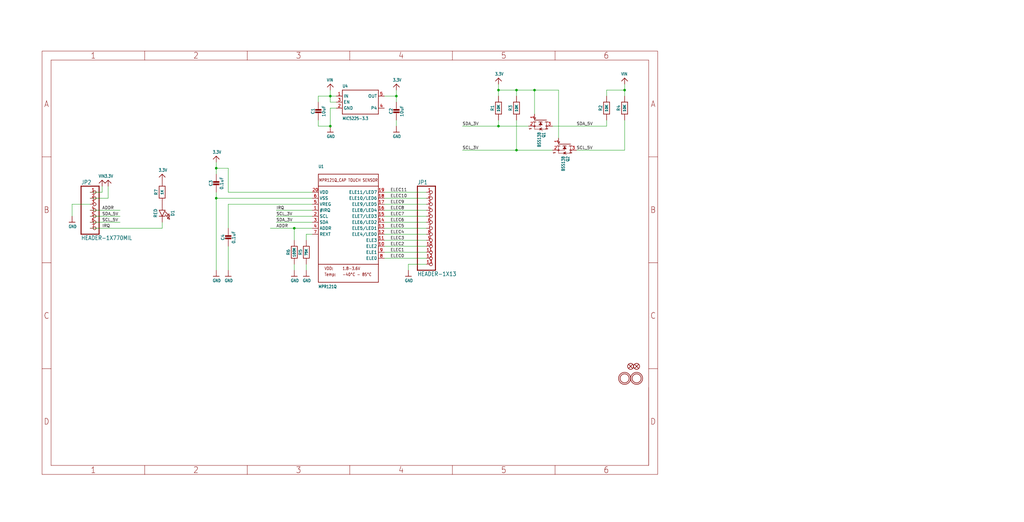
<source format=kicad_sch>
(kicad_sch (version 20211123) (generator eeschema)
  (paper "User" 433.07 220.853)
  (lib_symbols
    (symbol "Adafruit MPR121 Breakout-eagle-import:3.3V" (power)
      (property "Value" "3.3V" (at -1.524 1.016 0))
      (symbol "3.3V_1_0"
        (polyline (pts (xy -1.27 -1.27) (xy 0 0)) (stroke (width 0.254)))
        (polyline (pts (xy 0 0) (xy 1.27 -1.27)) (stroke (width 0.254)))
        (pin power_in line (at 0 -2.54 90) (length 2.54) (name "3.3V") (number "1"))
      )
    )
    (symbol "Adafruit MPR121 Breakout-eagle-import:CAP_CERAMIC0805-NOOUTLINE"
      (property "Reference" "C" (at -2.29 1.25 90))
      (property "Value" "CAP_CERAMIC0805-NOOUTLINE" (at 2.3 1.25 90))
      (symbol "CAP_CERAMIC0805-NOOUTLINE_1_0"
        (rectangle (start -1.27 0.508) (end 1.27 1.016) (fill (type outline)))
        (rectangle (start -1.27 1.524) (end 1.27 2.032) (fill (type outline)))
        (polyline (pts (xy 0 0.762) (xy 0 0)) (stroke (width 0.1524)))
        (polyline (pts (xy 0 2.54) (xy 0 1.778)) (stroke (width 0.1524)))
        (pin passive line (at 0 5.08 270) (length 2.54) (name "1") (number "1"))
        (pin passive line (at 0 -2.54 90) (length 2.54) (name "2") (number "2"))
      )
    )
    (symbol "Adafruit MPR121 Breakout-eagle-import:CAP_CERAMIC0805_10MGAP"
      (property "Reference" "C" (at -2.29 1.25 90))
      (property "Value" "CAP_CERAMIC0805_10MGAP" (at 2.3 1.25 90))
      (symbol "CAP_CERAMIC0805_10MGAP_1_0"
        (rectangle (start -1.27 0.508) (end 1.27 1.016) (fill (type outline)))
        (rectangle (start -1.27 1.524) (end 1.27 2.032) (fill (type outline)))
        (polyline (pts (xy 0 0.762) (xy 0 0)) (stroke (width 0.1524)))
        (polyline (pts (xy 0 2.54) (xy 0 1.778)) (stroke (width 0.1524)))
        (pin passive line (at 0 5.08 270) (length 2.54) (name "1") (number "1"))
        (pin passive line (at 0 -2.54 90) (length 2.54) (name "2") (number "2"))
      )
    )
    (symbol "Adafruit MPR121 Breakout-eagle-import:FIDUCIAL{dblquote}{dblquote}"
      (symbol "FIDUCIAL{dblquote}{dblquote}_1_0"
        (polyline (pts (xy -0.762 0.762) (xy 0.762 -0.762)) (stroke (width 0.254)))
        (polyline (pts (xy 0.762 0.762) (xy -0.762 -0.762)) (stroke (width 0.254)))
        (circle (center 0 0) (radius 1.27) (stroke (width 0.254)))
      )
    )
    (symbol "Adafruit MPR121 Breakout-eagle-import:FRAME_A4"
      (symbol "FRAME_A4_0_0"
        (polyline (pts (xy 0 44.7675) (xy 3.81 44.7675)))
        (polyline (pts (xy 0 89.535) (xy 3.81 89.535)))
        (polyline (pts (xy 0 134.3025) (xy 3.81 134.3025)))
        (polyline (pts (xy 3.81 3.81) (xy 3.81 175.26)))
        (polyline (pts (xy 43.3917 0) (xy 43.3917 3.81)))
        (polyline (pts (xy 43.3917 175.26) (xy 43.3917 179.07)))
        (polyline (pts (xy 86.7833 0) (xy 86.7833 3.81)))
        (polyline (pts (xy 86.7833 175.26) (xy 86.7833 179.07)))
        (polyline (pts (xy 130.175 0) (xy 130.175 3.81)))
        (polyline (pts (xy 130.175 175.26) (xy 130.175 179.07)))
        (polyline (pts (xy 173.5667 0) (xy 173.5667 3.81)))
        (polyline (pts (xy 173.5667 175.26) (xy 173.5667 179.07)))
        (polyline (pts (xy 216.9583 0) (xy 216.9583 3.81)))
        (polyline (pts (xy 216.9583 175.26) (xy 216.9583 179.07)))
        (polyline (pts (xy 256.54 3.81) (xy 3.81 3.81)))
        (polyline (pts (xy 256.54 3.81) (xy 256.54 175.26)))
        (polyline (pts (xy 256.54 44.7675) (xy 260.35 44.7675)))
        (polyline (pts (xy 256.54 89.535) (xy 260.35 89.535)))
        (polyline (pts (xy 256.54 134.3025) (xy 260.35 134.3025)))
        (polyline (pts (xy 256.54 175.26) (xy 3.81 175.26)))
        (polyline (pts (xy 0 0) (xy 260.35 0) (xy 260.35 179.07) (xy 0 179.07) (xy 0 0)))
        (text "1" (at 21.6958 1.905 0) (effects (font (size 2.54 2.286))))
        (text "1" (at 21.6958 177.165 0) (effects (font (size 2.54 2.286))))
        (text "2" (at 65.0875 1.905 0) (effects (font (size 2.54 2.286))))
        (text "2" (at 65.0875 177.165 0) (effects (font (size 2.54 2.286))))
        (text "3" (at 108.4792 1.905 0) (effects (font (size 2.54 2.286))))
        (text "3" (at 108.4792 177.165 0) (effects (font (size 2.54 2.286))))
        (text "4" (at 151.8708 1.905 0) (effects (font (size 2.54 2.286))))
        (text "4" (at 151.8708 177.165 0) (effects (font (size 2.54 2.286))))
        (text "5" (at 195.2625 1.905 0) (effects (font (size 2.54 2.286))))
        (text "5" (at 195.2625 177.165 0) (effects (font (size 2.54 2.286))))
        (text "6" (at 238.6542 1.905 0) (effects (font (size 2.54 2.286))))
        (text "6" (at 238.6542 177.165 0) (effects (font (size 2.54 2.286))))
        (text "A" (at 1.905 156.6863 0) (effects (font (size 2.54 2.286))))
        (text "A" (at 258.445 156.6863 0) (effects (font (size 2.54 2.286))))
        (text "B" (at 1.905 111.9188 0) (effects (font (size 2.54 2.286))))
        (text "B" (at 258.445 111.9188 0) (effects (font (size 2.54 2.286))))
        (text "C" (at 1.905 67.1513 0) (effects (font (size 2.54 2.286))))
        (text "C" (at 258.445 67.1513 0) (effects (font (size 2.54 2.286))))
        (text "D" (at 1.905 22.3838 0) (effects (font (size 2.54 2.286))))
        (text "D" (at 258.445 22.3838 0) (effects (font (size 2.54 2.286))))
      )
      (symbol "FRAME_A4_1_0"
        (polyline (pts (xy 256.54 3.81) (xy 256.54 8.89)) (stroke (width 0.1016)))
        (polyline (pts (xy 256.54 8.89) (xy 256.54 13.97)) (stroke (width 0.1016)))
        (polyline (pts (xy 256.54 13.97) (xy 256.54 19.05)) (stroke (width 0.1016)))
        (polyline (pts (xy 256.54 19.05) (xy 256.54 36.83)) (stroke (width 0.1016)))
      )
      (symbol "FRAME_A4_2_0"
        (polyline (pts (xy 0 1.27) (xy 20.32 1.27)) (stroke (width 0.6096)))
        (polyline (pts (xy 0 10.16) (xy 0 1.27)) (stroke (width 0.6096)))
        (polyline (pts (xy 0 10.16) (xy 20.32 10.16)) (stroke (width 0.3048)))
        (polyline (pts (xy 0 19.05) (xy 0 10.16)) (stroke (width 0.6096)))
        (polyline (pts (xy 0 19.05) (xy 20.32 19.05)) (stroke (width 0.3048)))
        (polyline (pts (xy 0 27.94) (xy 0 19.05)) (stroke (width 0.6096)))
        (polyline (pts (xy 0 27.94) (xy 20.32 27.94)) (stroke (width 0.3048)))
        (polyline (pts (xy 0 34.29) (xy 0 27.94)) (stroke (width 0.6096)))
        (polyline (pts (xy 20.32 1.27) (xy 20.32 6.35)) (stroke (width 0.3048)))
        (polyline (pts (xy 20.32 1.27) (xy 95.885 1.27)) (stroke (width 0.6096)))
        (polyline (pts (xy 20.32 6.35) (xy 20.32 10.16)) (stroke (width 0.3048)))
        (polyline (pts (xy 20.32 6.35) (xy 88.9 6.35)) (stroke (width 0.3048)))
        (polyline (pts (xy 20.32 10.16) (xy 20.32 19.05)) (stroke (width 0.3048)))
        (polyline (pts (xy 20.32 16.51) (xy 20.32 19.05)) (stroke (width 0.3048)))
        (polyline (pts (xy 20.32 19.05) (xy 20.32 27.94)) (stroke (width 0.3048)))
        (polyline (pts (xy 20.32 27.94) (xy 20.32 34.29)) (stroke (width 0.3048)))
        (polyline (pts (xy 20.32 27.94) (xy 65.0875 27.94)) (stroke (width 0.3048)))
        (polyline (pts (xy 20.32 34.29) (xy 0 34.29)) (stroke (width 0.6096)))
        (polyline (pts (xy 65.0875 27.94) (xy 106.045 27.94)) (stroke (width 0.3048)))
        (polyline (pts (xy 65.0875 34.29) (xy 20.32 34.29)) (stroke (width 0.6096)))
        (polyline (pts (xy 88.9 6.35) (xy 95.885 6.35)) (stroke (width 0.3048)))
        (polyline (pts (xy 88.9 16.51) (xy 20.32 16.51)) (stroke (width 0.3048)))
        (polyline (pts (xy 88.9 16.51) (xy 88.9 6.35)) (stroke (width 0.3048)))
        (polyline (pts (xy 95.885 1.27) (xy 121.92 1.27)) (stroke (width 0.6096)))
        (polyline (pts (xy 95.885 6.35) (xy 95.885 1.27)) (stroke (width 0.3048)))
        (polyline (pts (xy 95.885 6.35) (xy 121.92 6.35)) (stroke (width 0.3048)))
        (polyline (pts (xy 101.6 13.0175) (xy 102.5525 13.0175)) (stroke (width 0.254)))
        (polyline (pts (xy 106.045 27.94) (xy 106.045 34.29)) (stroke (width 0.3048)))
        (polyline (pts (xy 106.045 27.94) (xy 110.49 27.94)) (stroke (width 0.3048)))
        (polyline (pts (xy 106.045 34.29) (xy 65.0875 34.29)) (stroke (width 0.6096)))
        (polyline (pts (xy 110.49 16.51) (xy 88.9 16.51)) (stroke (width 0.3048)))
        (polyline (pts (xy 110.49 27.94) (xy 110.49 16.51)) (stroke (width 0.3048)))
        (polyline (pts (xy 110.49 27.94) (xy 113.03 27.94)) (stroke (width 0.3048)))
        (polyline (pts (xy 113.03 27.94) (xy 121.92 27.94)) (stroke (width 0.3048)))
        (polyline (pts (xy 113.03 34.29) (xy 106.045 34.29)) (stroke (width 0.6096)))
        (polyline (pts (xy 121.92 6.35) (xy 121.92 1.27)) (stroke (width 0.6096)))
        (polyline (pts (xy 121.92 16.51) (xy 110.49 16.51)) (stroke (width 0.3048)))
        (polyline (pts (xy 121.92 16.51) (xy 121.92 6.35)) (stroke (width 0.6096)))
        (polyline (pts (xy 121.92 27.94) (xy 121.92 16.51)) (stroke (width 0.6096)))
        (polyline (pts (xy 121.92 34.29) (xy 113.03 34.29)) (stroke (width 0.6096)))
        (polyline (pts (xy 121.92 34.29) (xy 121.92 27.94)) (stroke (width 0.6096)))
        (circle (center 109.5375 31.115) (radius 1.4199) (stroke (width 0.254)))
        (text "2014" (at 112.7125 30.1625 0) (effects (font (size 1.778 1.5113)) (justify left bottom)))
        (text ">CHECKED" (at 2.54 11.43 0) (effects (font (size 1.778 1.5113)) (justify left bottom)))
        (text ">COMPANY" (at 23.6538 29.3687 0) (effects (font (size 3.175 2.6987) (thickness 0.5397) bold) (justify left bottom)))
        (text ">DATE" (at 2.54 2.54 0) (effects (font (size 1.778 1.5113)) (justify left bottom)))
        (text ">DRAWING_NAME" (at 33.3375 2.54 0) (effects (font (size 2.54 2.159)) (justify left bottom)))
        (text ">DRAWN" (at 2.54 20.32 0) (effects (font (size 1.778 1.5113)) (justify left bottom)))
        (text ">DRGNO" (at 91.44 8.89 0) (effects (font (size 2.1844 1.8567)) (justify left bottom)))
        (text ">LAST_DATE_TIME" (at 33.02 8.89 0) (effects (font (size 2.54 2.159)) (justify left bottom)))
        (text ">REV" (at 114.3 18.415 0) (effects (font (size 3.81 3.2385)) (justify left bottom)))
        (text ">SHEET" (at 109.22 2.54 0) (effects (font (size 2.54 2.54)) (justify left bottom)))
        (text "C" (at 109.0612 30.48 0) (effects (font (size 1.27 1.0795)) (justify left bottom)))
        (text "CHECKED" (at 1.27 15.875 0) (effects (font (size 1.778 1.5113)) (justify left bottom)))
        (text "DATE" (at 1.27 6.985 0) (effects (font (size 1.778 1.5113)) (justify left bottom)))
        (text "DATE" (at 21.59 12.7 0) (effects (font (size 2.54 2.54)) (justify left bottom)))
        (text "DRAWN" (at 1.27 24.765 0) (effects (font (size 1.778 1.5113)) (justify left bottom)))
        (text "DRG" (at 90.17 12.7 0) (effects (font (size 2.54 2.54)) (justify left bottom)))
        (text "FILE:" (at 21.59 2.54 0) (effects (font (size 2.54 2.54)) (justify left bottom)))
        (text "ISSUE" (at 5.3975 30.1625 0) (effects (font (size 1.9304 1.6408)) (justify left bottom)))
        (text "N" (at 98.7425 12.7 0) (effects (font (size 2.54 2.54)) (justify left bottom)))
        (text "o" (at 101.2825 13.6525 0) (effects (font (size 2.1844 1.8567)) (justify left bottom)))
        (text "PAGE:" (at 97.155 2.54 0) (effects (font (size 2.54 2.54)) (justify left bottom)))
        (text "REV" (at 112.7125 24.13 0) (effects (font (size 2.54 2.54)) (justify left bottom)))
        (text "TITLE" (at 21.59 24.13 0) (effects (font (size 2.54 2.54)) (justify left bottom)))
      )
    )
    (symbol "Adafruit MPR121 Breakout-eagle-import:GND" (power)
      (property "Value" "GND" (at -1.524 -2.54 0))
      (symbol "GND_1_0"
        (polyline (pts (xy -1.27 0) (xy 1.27 0)) (stroke (width 0.254)))
        (pin power_in line (at 0 2.54 270) (length 2.54) (name "GND") (number "1"))
      )
    )
    (symbol "Adafruit MPR121 Breakout-eagle-import:HEADER-1X13"
      (property "Reference" "JP" (at -6.35 18.415 0))
      (property "Value" "HEADER-1X13" (at -6.35 -20.32 0))
      (symbol "HEADER-1X13_1_0"
        (polyline (pts (xy -6.35 -17.78) (xy 1.27 -17.78)) (stroke (width 0.4064)))
        (polyline (pts (xy -6.35 17.78) (xy -6.35 -17.78)) (stroke (width 0.4064)))
        (polyline (pts (xy 1.27 -17.78) (xy 1.27 17.78)) (stroke (width 0.4064)))
        (polyline (pts (xy 1.27 17.78) (xy -6.35 17.78)) (stroke (width 0.4064)))
        (pin passive inverted (at -2.54 15.24 0) (length 2.54) (name "1") (number "1"))
        (pin passive inverted (at -2.54 -7.62 0) (length 2.54) (name "10") (number "10"))
        (pin passive inverted (at -2.54 -10.16 0) (length 2.54) (name "11") (number "11"))
        (pin passive inverted (at -2.54 -12.7 0) (length 2.54) (name "12") (number "12"))
        (pin passive inverted (at -2.54 -15.24 0) (length 2.54) (name "13") (number "13"))
        (pin passive inverted (at -2.54 12.7 0) (length 2.54) (name "2") (number "2"))
        (pin passive inverted (at -2.54 10.16 0) (length 2.54) (name "3") (number "3"))
        (pin passive inverted (at -2.54 7.62 0) (length 2.54) (name "4") (number "4"))
        (pin passive inverted (at -2.54 5.08 0) (length 2.54) (name "5") (number "5"))
        (pin passive inverted (at -2.54 2.54 0) (length 2.54) (name "6") (number "6"))
        (pin passive inverted (at -2.54 0 0) (length 2.54) (name "7") (number "7"))
        (pin passive inverted (at -2.54 -2.54 0) (length 2.54) (name "8") (number "8"))
        (pin passive inverted (at -2.54 -5.08 0) (length 2.54) (name "9") (number "9"))
      )
    )
    (symbol "Adafruit MPR121 Breakout-eagle-import:HEADER-1X770MIL"
      (property "Reference" "JP" (at -6.35 10.795 0))
      (property "Value" "HEADER-1X770MIL" (at -6.35 -12.7 0))
      (symbol "HEADER-1X770MIL_1_0"
        (polyline (pts (xy -6.35 -10.16) (xy 1.27 -10.16)) (stroke (width 0.4064)))
        (polyline (pts (xy -6.35 10.16) (xy -6.35 -10.16)) (stroke (width 0.4064)))
        (polyline (pts (xy 1.27 -10.16) (xy 1.27 10.16)) (stroke (width 0.4064)))
        (polyline (pts (xy 1.27 10.16) (xy -6.35 10.16)) (stroke (width 0.4064)))
        (pin passive inverted (at -2.54 7.62 0) (length 2.54) (name "1") (number "1"))
        (pin passive inverted (at -2.54 5.08 0) (length 2.54) (name "2") (number "2"))
        (pin passive inverted (at -2.54 2.54 0) (length 2.54) (name "3") (number "3"))
        (pin passive inverted (at -2.54 0 0) (length 2.54) (name "4") (number "4"))
        (pin passive inverted (at -2.54 -2.54 0) (length 2.54) (name "5") (number "5"))
        (pin passive inverted (at -2.54 -5.08 0) (length 2.54) (name "6") (number "6"))
        (pin passive inverted (at -2.54 -7.62 0) (length 2.54) (name "7") (number "7"))
      )
    )
    (symbol "Adafruit MPR121 Breakout-eagle-import:LED0805_NOOUTLINE"
      (property "Reference" "D" (at -1.27 4.445 0))
      (property "Value" "LED0805_NOOUTLINE" (at -1.27 -2.794 0))
      (symbol "LED0805_NOOUTLINE_1_0"
        (polyline (pts (xy -2.54 -1.27) (xy 0 0)) (stroke (width 0.254)))
        (polyline (pts (xy -2.54 1.27) (xy -2.54 -1.27)) (stroke (width 0.254)))
        (polyline (pts (xy -1.905 1.27) (xy -0.635 2.54)) (stroke (width 0.254)))
        (polyline (pts (xy -0.9525 2.8575) (xy -0.3175 2.2225)) (stroke (width 0.254)))
        (polyline (pts (xy -0.635 1.27) (xy 0.635 2.54)) (stroke (width 0.254)))
        (polyline (pts (xy -0.3175 2.2225) (xy 0 3.175)) (stroke (width 0.254)))
        (polyline (pts (xy 0 0) (xy -2.54 1.27)) (stroke (width 0.254)))
        (polyline (pts (xy 0 0) (xy 0 -1.27)) (stroke (width 0.254)))
        (polyline (pts (xy 0 1.27) (xy 0 0)) (stroke (width 0.254)))
        (polyline (pts (xy 0 3.175) (xy -0.9525 2.8575)) (stroke (width 0.254)))
        (polyline (pts (xy 0.3175 2.8575) (xy 0.9525 2.2225)) (stroke (width 0.254)))
        (polyline (pts (xy 0.9525 2.2225) (xy 1.27 3.175)) (stroke (width 0.254)))
        (polyline (pts (xy 1.27 3.175) (xy 0.3175 2.8575)) (stroke (width 0.254)))
        (pin passive line (at -5.08 0 0) (length 2.54) (name "A") (number "A"))
        (pin passive line (at 2.54 0 180) (length 2.54) (name "C") (number "C"))
      )
    )
    (symbol "Adafruit MPR121 Breakout-eagle-import:MOSFET-NWIDE"
      (property "Reference" "Q" (at 5.08 0.635 0))
      (property "Value" "MOSFET-NWIDE" (at 5.08 -1.27 0))
      (symbol "MOSFET-NWIDE_1_0"
        (polyline (pts (xy 0 2.54) (xy 0 -2.54)) (stroke (width 0.254)))
        (polyline (pts (xy 0.762 -2.54) (xy 0.762 -3.175)) (stroke (width 0.254)))
        (polyline (pts (xy 0.762 -1.905) (xy 0.762 -2.54)) (stroke (width 0.254)))
        (polyline (pts (xy 0.762 0) (xy 0.762 -0.762)) (stroke (width 0.254)))
        (polyline (pts (xy 0.762 0) (xy 2.54 0)) (stroke (width 0.1524)))
        (polyline (pts (xy 0.762 0.762) (xy 0.762 0)) (stroke (width 0.254)))
        (polyline (pts (xy 0.762 2.54) (xy 0.762 1.905)) (stroke (width 0.254)))
        (polyline (pts (xy 0.762 2.54) (xy 3.81 2.54)) (stroke (width 0.1524)))
        (polyline (pts (xy 0.762 3.175) (xy 0.762 2.54)) (stroke (width 0.254)))
        (polyline (pts (xy 2.54 -2.54) (xy 0.762 -2.54)) (stroke (width 0.1524)))
        (polyline (pts (xy 2.54 -2.54) (xy 3.81 -2.54)) (stroke (width 0.1524)))
        (polyline (pts (xy 2.54 0) (xy 2.54 -2.54)) (stroke (width 0.1524)))
        (polyline (pts (xy 3.302 0.508) (xy 3.048 0.254)) (stroke (width 0.1524)))
        (polyline (pts (xy 3.81 0.508) (xy 3.302 0.508)) (stroke (width 0.1524)))
        (polyline (pts (xy 3.81 0.508) (xy 3.81 -2.54)) (stroke (width 0.1524)))
        (polyline (pts (xy 3.81 2.54) (xy 3.81 0.508)) (stroke (width 0.1524)))
        (polyline (pts (xy 4.318 0.508) (xy 3.81 0.508)) (stroke (width 0.1524)))
        (polyline (pts (xy 4.572 0.762) (xy 4.318 0.508)) (stroke (width 0.1524)))
        (polyline (pts (xy 1.016 0) (xy 2.032 0.762) (xy 2.032 -0.762)) (fill (type outline)))
        (polyline (pts (xy 3.81 0.508) (xy 3.302 -0.254) (xy 4.318 -0.254)) (fill (type outline)))
        (circle (center 2.54 -2.54) (radius 0.3592))
        (circle (center 2.54 2.54) (radius 0.3592))
        (text "D" (at 3.175 3.175 0) (effects (font (size 0.8128 0.6908)) (justify left bottom)))
        (text "G" (at -1.27 -1.905 0) (effects (font (size 0.8128 0.6908)) (justify left bottom)))
        (text "S" (at 3.175 -3.81 0) (effects (font (size 0.8128 0.6908)) (justify left bottom)))
        (pin bidirectional line (at -2.54 -2.54 0) (length 2.54) (name "G") (number "1"))
        (pin bidirectional line (at 2.54 -5.08 90) (length 2.54) (name "S") (number "2"))
        (pin bidirectional line (at 2.54 5.08 270) (length 2.54) (name "D") (number "3"))
      )
    )
    (symbol "Adafruit MPR121 Breakout-eagle-import:MOUNTINGHOLE2.5"
      (symbol "MOUNTINGHOLE2.5_1_0"
        (circle (center 0 0) (radius 1.905) (stroke (width 0.254)))
        (circle (center 0 0) (radius 2.54) (stroke (width 0.254)))
      )
    )
    (symbol "Adafruit MPR121 Breakout-eagle-import:MPR121Q"
      (property "Reference" "U" (at -12.7 22.86 0))
      (property "Value" "MPR121Q" (at -12.7 -27.94 0))
      (symbol "MPR121Q_1_0"
        (polyline (pts (xy -12.7 -25.4) (xy 12.7 -25.4)) (stroke (width 0.254)))
        (polyline (pts (xy -12.7 -17.78) (xy -12.7 -25.4)) (stroke (width 0.254)))
        (polyline (pts (xy -12.7 -17.78) (xy -12.7 15.24)) (stroke (width 0.254)))
        (polyline (pts (xy -12.7 15.24) (xy -12.7 20.32)) (stroke (width 0.254)))
        (polyline (pts (xy -12.7 15.24) (xy 12.7 15.24)) (stroke (width 0.254)))
        (polyline (pts (xy -12.7 20.32) (xy 12.7 20.32)) (stroke (width 0.254)))
        (polyline (pts (xy 12.7 -25.4) (xy 12.7 -17.78)) (stroke (width 0.254)))
        (polyline (pts (xy 12.7 -17.78) (xy -12.7 -17.78)) (stroke (width 0.254)))
        (polyline (pts (xy 12.7 15.24) (xy 12.7 -17.78)) (stroke (width 0.254)))
        (polyline (pts (xy 12.7 20.32) (xy 12.7 15.24)) (stroke (width 0.254)))
        (text "-40°C - 85°C" (at -2.54 -22.86 0) (effects (font (size 1.27 1.0795)) (justify left bottom)))
        (text "1.8-3.6V" (at -2.54 -20.32 0) (effects (font (size 1.27 1.0795)) (justify left bottom)))
        (text "MPR121Q_CAP TOUCH SENSOR" (at 0 17.78 0) (effects (font (size 1.27 1.0795))))
        (text "Temp:" (at -10.16 -22.86 0) (effects (font (size 1.27 1.0795)) (justify left bottom)))
        (text "VDD:" (at -10.16 -20.32 0) (effects (font (size 1.27 1.0795)) (justify left bottom)))
        (pin bidirectional line (at -15.24 5.08 0) (length 2.54) (name "#IRQ") (number "1"))
        (pin bidirectional line (at 15.24 -10.16 180) (length 2.54) (name "ELE2") (number "10"))
        (pin bidirectional line (at 15.24 -7.62 180) (length 2.54) (name "ELE3") (number "11"))
        (pin bidirectional line (at 15.24 -5.08 180) (length 2.54) (name "ELE4/LED0") (number "12"))
        (pin bidirectional line (at 15.24 -2.54 180) (length 2.54) (name "ELE5/LED1") (number "13"))
        (pin bidirectional line (at 15.24 0 180) (length 2.54) (name "ELE6/LED2") (number "14"))
        (pin bidirectional line (at 15.24 2.54 180) (length 2.54) (name "ELE7/LED3") (number "15"))
        (pin bidirectional line (at 15.24 5.08 180) (length 2.54) (name "ELE8/LED4") (number "16"))
        (pin bidirectional line (at 15.24 7.62 180) (length 2.54) (name "ELE9/LED5") (number "17"))
        (pin bidirectional line (at 15.24 10.16 180) (length 2.54) (name "ELE10/LED6") (number "18"))
        (pin bidirectional line (at 15.24 12.7 180) (length 2.54) (name "ELE11/LED7") (number "19"))
        (pin bidirectional line (at -15.24 2.54 0) (length 2.54) (name "SCL") (number "2"))
        (pin power_in line (at -15.24 12.7 0) (length 2.54) (name "VDD") (number "20"))
        (pin bidirectional line (at -15.24 0 0) (length 2.54) (name "SDA") (number "3"))
        (pin bidirectional line (at -15.24 -2.54 0) (length 2.54) (name "ADDR") (number "4"))
        (pin bidirectional line (at -15.24 7.62 0) (length 2.54) (name "VREG") (number "5"))
        (pin power_in line (at -15.24 10.16 0) (length 2.54) (name "VSS") (number "6"))
        (pin bidirectional line (at -15.24 -5.08 0) (length 2.54) (name "REXT") (number "7"))
        (pin bidirectional line (at 15.24 -15.24 180) (length 2.54) (name "ELE0") (number "8"))
        (pin bidirectional line (at 15.24 -12.7 180) (length 2.54) (name "ELE1") (number "9"))
      )
    )
    (symbol "Adafruit MPR121 Breakout-eagle-import:RESISTOR0805_NOOUTLINE"
      (property "Reference" "R" (at 0 2.54 0))
      (property "Value" "RESISTOR0805_NOOUTLINE" (at 0 0 0))
      (symbol "RESISTOR0805_NOOUTLINE_1_0"
        (polyline (pts (xy -2.54 -1.27) (xy -2.54 1.27)) (stroke (width 0.254)))
        (polyline (pts (xy -2.54 1.27) (xy 2.54 1.27)) (stroke (width 0.254)))
        (polyline (pts (xy 2.54 -1.27) (xy -2.54 -1.27)) (stroke (width 0.254)))
        (polyline (pts (xy 2.54 1.27) (xy 2.54 -1.27)) (stroke (width 0.254)))
        (pin passive line (at -5.08 0 0) (length 2.54) (name "1") (number "1"))
        (pin passive line (at 5.08 0 180) (length 2.54) (name "2") (number "2"))
      )
    )
    (symbol "Adafruit MPR121 Breakout-eagle-import:VIN" (power)
      (property "Value" "VIN" (at -1.524 1.016 0))
      (symbol "VIN_1_0"
        (polyline (pts (xy -1.27 -1.27) (xy 0 0)) (stroke (width 0.254)))
        (polyline (pts (xy 0 0) (xy 1.27 -1.27)) (stroke (width 0.254)))
        (pin power_in line (at 0 -2.54 90) (length 2.54) (name "VIN") (number "1"))
      )
    )
    (symbol "Adafruit MPR121 Breakout-eagle-import:VREG_SOT23-5"
      (property "Reference" "U" (at -7.62 6.096 0))
      (property "Value" "VREG_SOT23-5" (at -7.62 -7.62 0))
      (symbol "VREG_SOT23-5_1_0"
        (polyline (pts (xy -7.62 -5.08) (xy -7.62 5.08)) (stroke (width 0.254)))
        (polyline (pts (xy -7.62 5.08) (xy 7.62 5.08)) (stroke (width 0.254)))
        (polyline (pts (xy 7.62 -5.08) (xy -7.62 -5.08)) (stroke (width 0.254)))
        (polyline (pts (xy 7.62 5.08) (xy 7.62 -5.08)) (stroke (width 0.254)))
        (pin power_in line (at -10.16 2.54 0) (length 2.54) (name "IN") (number "1"))
        (pin power_in line (at -10.16 -2.54 0) (length 2.54) (name "GND") (number "2"))
        (pin input line (at -10.16 0 0) (length 2.54) (name "EN") (number "3"))
        (pin bidirectional line (at 10.16 -2.54 180) (length 2.54) (name "P4") (number "4"))
        (pin power_in line (at 10.16 2.54 180) (length 2.54) (name "OUT") (number "5"))
      )
    )
  )
  (junction (at 167.64 40.64))
  (junction (at 139.7 53.34))
  (junction (at 124.46 96.52))
  (junction (at 210.82 53.34))
  (junction (at 218.44 63.5))
  (junction (at 210.82 38.1))
  (junction (at 139.7 40.64))
  (junction (at 91.44 83.82))
  (junction (at 218.44 38.1))
  (junction (at 226.06 38.1))
  (junction (at 91.44 71.12))
  (junction (at 264.16 38.1))
  (wire (pts (xy 38.1 88.9) (xy 50.8 88.9)))
  (wire (pts (xy 132.08 96.52) (xy 124.46 96.52)))
  (wire (pts (xy 139.7 40.64) (xy 139.7 38.1)))
  (wire (pts (xy 162.56 104.14) (xy 180.34 104.14)))
  (wire (pts (xy 162.56 101.6) (xy 180.34 101.6)))
  (wire (pts (xy 218.44 38.1) (xy 226.06 38.1)))
  (wire (pts (xy 142.24 43.18) (xy 139.7 43.18)))
  (wire (pts (xy 134.62 40.64) (xy 139.7 40.64)))
  (wire (pts (xy 139.7 43.18) (xy 139.7 40.64)))
  (wire (pts (xy 167.64 50.8) (xy 167.64 53.34)))
  (wire (pts (xy 218.44 63.5) (xy 195.58 63.5)))
  (wire (pts (xy 233.68 63.5) (xy 218.44 63.5)))
  (wire (pts (xy 210.82 40.64) (xy 210.82 38.1)))
  (wire (pts (xy 139.7 45.72) (xy 139.7 53.34)))
  (wire (pts (xy 264.16 38.1) (xy 264.16 35.56)))
  (wire (pts (xy 134.62 53.34) (xy 139.7 53.34)))
  (wire (pts (xy 162.56 93.98) (xy 180.34 93.98)))
  (wire (pts (xy 129.54 111.76) (xy 129.54 114.3)))
  (wire (pts (xy 167.64 40.64) (xy 167.64 38.1)))
  (wire (pts (xy 210.82 50.8) (xy 210.82 53.34)))
  (wire (pts (xy 96.52 71.12) (xy 91.44 71.12)))
  (wire (pts (xy 45.72 83.82) (xy 45.72 78.74)))
  (wire (pts (xy 162.56 81.28) (xy 180.34 81.28)))
  (wire (pts (xy 91.44 73.66) (xy 91.44 71.12)))
  (wire (pts (xy 256.54 53.34) (xy 256.54 50.8)))
  (wire (pts (xy 38.1 91.44) (xy 50.8 91.44)))
  (wire (pts (xy 30.48 86.36) (xy 30.48 91.44)))
  (wire (pts (xy 162.56 106.68) (xy 180.34 106.68)))
  (wire (pts (xy 132.08 99.06) (xy 129.54 99.06)))
  (wire (pts (xy 124.46 96.52) (xy 124.46 101.6)))
  (wire (pts (xy 167.64 40.64) (xy 167.64 43.18)))
  (wire (pts (xy 236.22 38.1) (xy 236.22 58.42)))
  (wire (pts (xy 96.52 104.14) (xy 96.52 114.3)))
  (wire (pts (xy 172.72 111.76) (xy 172.72 114.3)))
  (wire (pts (xy 256.54 38.1) (xy 264.16 38.1)))
  (wire (pts (xy 38.1 83.82) (xy 45.72 83.82)))
  (wire (pts (xy 96.52 81.28) (xy 96.52 71.12)))
  (wire (pts (xy 243.84 63.5) (xy 264.16 63.5)))
  (wire (pts (xy 210.82 35.56) (xy 210.82 38.1)))
  (wire (pts (xy 210.82 53.34) (xy 195.58 53.34)))
  (wire (pts (xy 162.56 109.22) (xy 180.34 109.22)))
  (wire (pts (xy 91.44 71.12) (xy 91.44 68.58)))
  (wire (pts (xy 132.08 93.98) (xy 116.84 93.98)))
  (wire (pts (xy 132.08 81.28) (xy 96.52 81.28)))
  (wire (pts (xy 142.24 45.72) (xy 139.7 45.72)))
  (wire (pts (xy 68.58 96.52) (xy 38.1 96.52)))
  (wire (pts (xy 68.58 96.52) (xy 68.58 93.98)))
  (wire (pts (xy 134.62 50.8) (xy 134.62 53.34)))
  (wire (pts (xy 124.46 111.76) (xy 124.46 114.3)))
  (wire (pts (xy 38.1 93.98) (xy 50.8 93.98)))
  (wire (pts (xy 162.56 99.06) (xy 180.34 99.06)))
  (wire (pts (xy 162.56 91.44) (xy 180.34 91.44)))
  (wire (pts (xy 142.24 40.64) (xy 139.7 40.64)))
  (wire (pts (xy 162.56 88.9) (xy 180.34 88.9)))
  (wire (pts (xy 38.1 86.36) (xy 30.48 86.36)))
  (wire (pts (xy 180.34 111.76) (xy 172.72 111.76)))
  (wire (pts (xy 91.44 83.82) (xy 91.44 114.3)))
  (wire (pts (xy 264.16 63.5) (xy 264.16 50.8)))
  (wire (pts (xy 129.54 99.06) (xy 129.54 101.6)))
  (wire (pts (xy 210.82 38.1) (xy 218.44 38.1)))
  (wire (pts (xy 38.1 81.28) (xy 43.18 81.28)))
  (wire (pts (xy 223.52 53.34) (xy 210.82 53.34)))
  (wire (pts (xy 264.16 40.64) (xy 264.16 38.1)))
  (wire (pts (xy 96.52 86.36) (xy 96.52 96.52)))
  (wire (pts (xy 132.08 88.9) (xy 116.84 88.9)))
  (wire (pts (xy 218.44 50.8) (xy 218.44 63.5)))
  (wire (pts (xy 162.56 86.36) (xy 180.34 86.36)))
  (wire (pts (xy 256.54 40.64) (xy 256.54 38.1)))
  (wire (pts (xy 132.08 86.36) (xy 96.52 86.36)))
  (wire (pts (xy 226.06 38.1) (xy 236.22 38.1)))
  (wire (pts (xy 91.44 81.28) (xy 91.44 83.82)))
  (wire (pts (xy 162.56 83.82) (xy 180.34 83.82)))
  (wire (pts (xy 162.56 40.64) (xy 167.64 40.64)))
  (wire (pts (xy 233.68 53.34) (xy 256.54 53.34)))
  (wire (pts (xy 134.62 43.18) (xy 134.62 40.64)))
  (wire (pts (xy 218.44 40.64) (xy 218.44 38.1)))
  (wire (pts (xy 132.08 83.82) (xy 91.44 83.82)))
  (wire (pts (xy 162.56 96.52) (xy 180.34 96.52)))
  (wire (pts (xy 124.46 96.52) (xy 114.3 96.52)))
  (wire (pts (xy 226.06 38.1) (xy 226.06 48.26)))
  (wire (pts (xy 132.08 91.44) (xy 116.84 91.44)))
  (wire (pts (xy 43.18 81.28) (xy 43.18 78.74)))
  (label "ELEC11" (at 165.1 81.28 0) (effects (font (size 1.2446 1.2446))))
  (label "SCL_5V" (at 43.18 93.98 0) (effects (font (size 1.2446 1.2446))))
  (label "ELEC0" (at 165.1 109.22 0) (effects (font (size 1.2446 1.2446))))
  (label "SDA_3V" (at 195.58 53.34 0) (effects (font (size 1.2446 1.2446))))
  (label "ELEC4" (at 165.1 99.06 0) (effects (font (size 1.2446 1.2446))))
  (label "ELEC9" (at 165.1 86.36 0) (effects (font (size 1.2446 1.2446))))
  (label "ADDR" (at 116.84 96.52 0) (effects (font (size 1.2446 1.2446))))
  (label "ADDR" (at 43.18 88.9 0) (effects (font (size 1.2446 1.2446))))
  (label "SCL_3V" (at 195.58 63.5 0) (effects (font (size 1.2446 1.2446))))
  (label "ELEC3" (at 165.1 101.6 0) (effects (font (size 1.2446 1.2446))))
  (label "SDA_5V" (at 243.84 53.34 0) (effects (font (size 1.2446 1.2446))))
  (label "ELEC6" (at 165.1 93.98 0) (effects (font (size 1.2446 1.2446))))
  (label "ELEC2" (at 165.1 104.14 0) (effects (font (size 1.2446 1.2446))))
  (label "ELEC5" (at 165.1 96.52 0) (effects (font (size 1.2446 1.2446))))
  (label "SDA_3V" (at 116.84 93.98 0) (effects (font (size 1.2446 1.2446))))
  (label "ELEC7" (at 165.1 91.44 0) (effects (font (size 1.2446 1.2446))))
  (label "IRQ" (at 43.18 96.52 0) (effects (font (size 1.2446 1.2446))))
  (label "SCL_3V" (at 116.84 91.44 0) (effects (font (size 1.2446 1.2446))))
  (label "ELEC8" (at 165.1 88.9 0) (effects (font (size 1.2446 1.2446))))
  (label "SDA_5V" (at 43.18 91.44 0) (effects (font (size 1.2446 1.2446))))
  (label "SCL_5V" (at 243.84 63.5 0) (effects (font (size 1.2446 1.2446))))
  (label "ELEC1" (at 165.1 106.68 0) (effects (font (size 1.2446 1.2446))))
  (label "IRQ" (at 116.84 88.9 0) (effects (font (size 1.2446 1.2446))))
  (label "ELEC10" (at 165.1 83.82 0) (effects (font (size 1.2446 1.2446))))
  (symbol (lib_id "Adafruit MPR121 Breakout-eagle-import:HEADER-1X13") (at 182.88 96.52 0) (unit 1)
    (property "Reference" "JP1" (at 176.53 78.105 0) (effects (font (size 1.778 1.5113)) (justify left bottom)))
    (property "Value" "HEADER-1X13" (at 176.53 116.84 0) (effects (font (size 1.778 1.5113)) (justify left bottom)))
    (property "Footprint" "1X13_ROUND_70" (effects hide))
  )
  (symbol (lib_id "Adafruit MPR121 Breakout-eagle-import:FRAME_A4") (at 17.78 200.66 0) (unit 1)
    (property "Reference" "#FRAME1" (effects hide))
    (property "Value" "FRAME_A4" (effects hide))
  )
  (symbol (lib_id "Adafruit MPR121 Breakout-eagle-import:GND") (at 30.48 93.98 0) (unit 1)
    (property "Reference" "#U$9" (effects hide))
    (property "Value" "GND" (at 28.956 96.52 0) (effects (font (size 1.27 1.0795)) (justify left bottom)))
  )
  (symbol (lib_id "Adafruit MPR121 Breakout-eagle-import:GND") (at 139.7 55.88 0) (unit 1)
    (property "Reference" "#U$19" (effects hide))
    (property "Value" "GND" (at 138.176 58.42 0) (effects (font (size 1.27 1.0795)) (justify left bottom)))
  )
  (symbol (lib_id "Adafruit MPR121 Breakout-eagle-import:VIN") (at 264.16 33.02 0) (unit 1)
    (property "Reference" "#U$21" (effects hide))
    (property "Value" "VIN" (at 262.636 32.004 0) (effects (font (size 1.27 1.0795)) (justify left bottom)))
  )
  (symbol (lib_id "Adafruit MPR121 Breakout-eagle-import:CAP_CERAMIC0805-NOOUTLINE") (at 96.52 101.6 0) (unit 1)
    (property "Reference" "C4" (at 94.23 100.35 90))
    (property "Value" "0.1uF" (at 98.82 100.35 90))
    (property "Footprint" "0805-NO" (effects hide))
  )
  (symbol (lib_id "Adafruit MPR121 Breakout-eagle-import:MOSFET-NWIDE") (at 228.6 50.8 270) (unit 1)
    (property "Reference" "Q1" (at 229.235 55.88 0) (effects (font (size 1.27 1.0795)) (justify left bottom)))
    (property "Value" "BSS138" (at 227.33 55.88 0) (effects (font (size 1.27 1.0795)) (justify left bottom)))
    (property "Footprint" "SOT23-WIDE" (effects hide))
  )
  (symbol (lib_id "Adafruit MPR121 Breakout-eagle-import:RESISTOR0805_NOOUTLINE") (at 256.54 45.72 90) (unit 1)
    (property "Reference" "R2" (at 254 45.72 0))
    (property "Value" "10K" (at 256.54 45.72 0) (effects (font (size 1.016 1.016) bold)))
    (property "Footprint" "0805-NO" (effects hide))
  )
  (symbol (lib_id "Adafruit MPR121 Breakout-eagle-import:MOUNTINGHOLE2.5") (at 269.24 160.02 0) (unit 1)
    (property "Reference" "U$10" (effects hide))
    (property "Value" "MOUNTINGHOLE2.5" (effects hide))
    (property "Footprint" "MOUNTINGHOLE_2.5_PLATED" (effects hide))
  )
  (symbol (lib_id "Adafruit MPR121 Breakout-eagle-import:GND") (at 96.52 116.84 0) (unit 1)
    (property "Reference" "#U$3" (effects hide))
    (property "Value" "GND" (at 94.996 119.38 0) (effects (font (size 1.27 1.0795)) (justify left bottom)))
  )
  (symbol (lib_id "Adafruit MPR121 Breakout-eagle-import:GND") (at 91.44 116.84 0) (unit 1)
    (property "Reference" "#U$2" (effects hide))
    (property "Value" "GND" (at 89.916 119.38 0) (effects (font (size 1.27 1.0795)) (justify left bottom)))
  )
  (symbol (lib_id "Adafruit MPR121 Breakout-eagle-import:CAP_CERAMIC0805-NOOUTLINE") (at 134.62 48.26 0) (unit 1)
    (property "Reference" "C1" (at 132.33 47.01 90))
    (property "Value" "10uF" (at 136.92 47.01 90))
    (property "Footprint" "0805-NO" (effects hide))
  )
  (symbol (lib_id "Adafruit MPR121 Breakout-eagle-import:HEADER-1X770MIL") (at 40.64 88.9 0) (unit 1)
    (property "Reference" "JP2" (at 34.29 78.105 0) (effects (font (size 1.778 1.5113)) (justify left bottom)))
    (property "Value" "HEADER-1X770MIL" (at 34.29 101.6 0) (effects (font (size 1.778 1.5113)) (justify left bottom)))
    (property "Footprint" "1X07_ROUND_70" (effects hide))
  )
  (symbol (lib_id "Adafruit MPR121 Breakout-eagle-import:VIN") (at 139.7 35.56 0) (unit 1)
    (property "Reference" "#U$18" (effects hide))
    (property "Value" "VIN" (at 138.176 34.544 0) (effects (font (size 1.27 1.0795)) (justify left bottom)))
  )
  (symbol (lib_id "Adafruit MPR121 Breakout-eagle-import:RESISTOR0805_NOOUTLINE") (at 124.46 106.68 90) (unit 1)
    (property "Reference" "R6" (at 121.92 106.68 0))
    (property "Value" "100K" (at 124.46 106.68 0) (effects (font (size 1.016 1.016) bold)))
    (property "Footprint" "0805-NO" (effects hide))
  )
  (symbol (lib_id "Adafruit MPR121 Breakout-eagle-import:FIDUCIAL{dblquote}{dblquote}") (at 269.24 154.94 0) (unit 1)
    (property "Reference" "FID1" (effects hide))
    (property "Value" "FIDUCIAL{dblquote}{dblquote}" (effects hide))
    (property "Footprint" "FIDUCIAL_1MM" (effects hide))
  )
  (symbol (lib_id "Adafruit MPR121 Breakout-eagle-import:3.3V") (at 167.64 35.56 0) (unit 1)
    (property "Reference" "#U$16" (effects hide))
    (property "Value" "3.3V" (at 166.116 34.544 0) (effects (font (size 1.27 1.0795)) (justify left bottom)))
  )
  (symbol (lib_id "Adafruit MPR121 Breakout-eagle-import:RESISTOR0805_NOOUTLINE") (at 129.54 106.68 90) (unit 1)
    (property "Reference" "R5" (at 127 106.68 0))
    (property "Value" "75K" (at 129.54 106.68 0) (effects (font (size 1.016 1.016) bold)))
    (property "Footprint" "0805-NO" (effects hide))
  )
  (symbol (lib_id "Adafruit MPR121 Breakout-eagle-import:3.3V") (at 91.44 66.04 0) (unit 1)
    (property "Reference" "#U$1" (effects hide))
    (property "Value" "3.3V" (at 89.916 65.024 0) (effects (font (size 1.27 1.0795)) (justify left bottom)))
  )
  (symbol (lib_id "Adafruit MPR121 Breakout-eagle-import:3.3V") (at 45.72 76.2 0) (unit 1)
    (property "Reference" "#U$7" (effects hide))
    (property "Value" "3.3V" (at 44.196 75.184 0) (effects (font (size 1.27 1.0795)) (justify left bottom)))
  )
  (symbol (lib_id "Adafruit MPR121 Breakout-eagle-import:RESISTOR0805_NOOUTLINE") (at 218.44 45.72 90) (unit 1)
    (property "Reference" "R3" (at 215.9 45.72 0))
    (property "Value" "10K" (at 218.44 45.72 0) (effects (font (size 1.016 1.016) bold)))
    (property "Footprint" "0805-NO" (effects hide))
  )
  (symbol (lib_id "Adafruit MPR121 Breakout-eagle-import:CAP_CERAMIC0805_10MGAP") (at 91.44 78.74 0) (unit 1)
    (property "Reference" "C3" (at 89.15 77.49 90))
    (property "Value" "0.1uF" (at 93.74 77.49 90))
    (property "Footprint" "0805_10MGAP" (effects hide))
  )
  (symbol (lib_id "Adafruit MPR121 Breakout-eagle-import:GND") (at 167.64 55.88 0) (unit 1)
    (property "Reference" "#U$17" (effects hide))
    (property "Value" "GND" (at 166.116 58.42 0) (effects (font (size 1.27 1.0795)) (justify left bottom)))
  )
  (symbol (lib_id "Adafruit MPR121 Breakout-eagle-import:VIN") (at 43.18 76.2 0) (unit 1)
    (property "Reference" "#U$8" (effects hide))
    (property "Value" "VIN" (at 41.656 75.184 0) (effects (font (size 1.27 1.0795)) (justify left bottom)))
  )
  (symbol (lib_id "Adafruit MPR121 Breakout-eagle-import:CAP_CERAMIC0805-NOOUTLINE") (at 167.64 48.26 0) (unit 1)
    (property "Reference" "C2" (at 165.35 47.01 90))
    (property "Value" "10uF" (at 169.94 47.01 90))
    (property "Footprint" "0805-NO" (effects hide))
  )
  (symbol (lib_id "Adafruit MPR121 Breakout-eagle-import:VREG_SOT23-5") (at 152.4 43.18 0) (unit 1)
    (property "Reference" "U4" (at 144.78 37.084 0) (effects (font (size 1.27 1.0795)) (justify left bottom)))
    (property "Value" "MIC5225-3.3" (at 144.78 50.8 0) (effects (font (size 1.27 1.0795)) (justify left bottom)))
    (property "Footprint" "SOT23-5" (effects hide))
  )
  (symbol (lib_id "Adafruit MPR121 Breakout-eagle-import:RESISTOR0805_NOOUTLINE") (at 264.16 45.72 90) (unit 1)
    (property "Reference" "R4" (at 261.62 45.72 0))
    (property "Value" "10K" (at 264.16 45.72 0) (effects (font (size 1.016 1.016) bold)))
    (property "Footprint" "0805-NO" (effects hide))
  )
  (symbol (lib_id "Adafruit MPR121 Breakout-eagle-import:LED0805_NOOUTLINE") (at 68.58 91.44 270) (unit 1)
    (property "Reference" "D1" (at 73.025 90.17 0))
    (property "Value" "RED" (at 65.786 90.17 0))
    (property "Footprint" "CHIPLED_0805_NOOUTLINE" (effects hide))
  )
  (symbol (lib_id "Adafruit MPR121 Breakout-eagle-import:3.3V") (at 210.82 33.02 0) (unit 1)
    (property "Reference" "#U$20" (effects hide))
    (property "Value" "3.3V" (at 209.296 32.004 0) (effects (font (size 1.27 1.0795)) (justify left bottom)))
  )
  (symbol (lib_id "Adafruit MPR121 Breakout-eagle-import:MOUNTINGHOLE2.5") (at 264.16 160.02 0) (unit 1)
    (property "Reference" "U$11" (effects hide))
    (property "Value" "MOUNTINGHOLE2.5" (effects hide))
    (property "Footprint" "MOUNTINGHOLE_2.5_PLATED" (effects hide))
  )
  (symbol (lib_id "Adafruit MPR121 Breakout-eagle-import:3.3V") (at 68.58 73.66 0) (unit 1)
    (property "Reference" "#U$12" (effects hide))
    (property "Value" "3.3V" (at 67.056 72.644 0) (effects (font (size 1.27 1.0795)) (justify left bottom)))
  )
  (symbol (lib_id "Adafruit MPR121 Breakout-eagle-import:GND") (at 129.54 116.84 0) (unit 1)
    (property "Reference" "#U$4" (effects hide))
    (property "Value" "GND" (at 128.016 119.38 0) (effects (font (size 1.27 1.0795)) (justify left bottom)))
  )
  (symbol (lib_id "Adafruit MPR121 Breakout-eagle-import:GND") (at 172.72 116.84 0) (unit 1)
    (property "Reference" "#U$6" (effects hide))
    (property "Value" "GND" (at 171.196 119.38 0) (effects (font (size 1.27 1.0795)) (justify left bottom)))
  )
  (symbol (lib_id "Adafruit MPR121 Breakout-eagle-import:GND") (at 124.46 116.84 0) (unit 1)
    (property "Reference" "#U$5" (effects hide))
    (property "Value" "GND" (at 122.936 119.38 0) (effects (font (size 1.27 1.0795)) (justify left bottom)))
  )
  (symbol (lib_id "Adafruit MPR121 Breakout-eagle-import:RESISTOR0805_NOOUTLINE") (at 210.82 45.72 90) (unit 1)
    (property "Reference" "R1" (at 208.28 45.72 0))
    (property "Value" "10K" (at 210.82 45.72 0) (effects (font (size 1.016 1.016) bold)))
    (property "Footprint" "0805-NO" (effects hide))
  )
  (symbol (lib_id "Adafruit MPR121 Breakout-eagle-import:MPR121Q") (at 147.32 93.98 0) (unit 1)
    (property "Reference" "U1" (at 134.62 71.12 0) (effects (font (size 1.27 1.0795)) (justify left bottom)))
    (property "Value" "MPR121Q" (at 134.62 121.92 0) (effects (font (size 1.27 1.0795)) (justify left bottom)))
    (property "Footprint" "QFN20_3MM_NOTHERMAL" (effects hide))
  )
  (symbol (lib_id "Adafruit MPR121 Breakout-eagle-import:FIDUCIAL{dblquote}{dblquote}") (at 266.7 154.94 0) (unit 1)
    (property "Reference" "FID2" (effects hide))
    (property "Value" "FIDUCIAL{dblquote}{dblquote}" (effects hide))
    (property "Footprint" "FIDUCIAL_1MM" (effects hide))
  )
  (symbol (lib_id "Adafruit MPR121 Breakout-eagle-import:MOSFET-NWIDE") (at 238.76 60.96 270) (unit 1)
    (property "Reference" "Q2" (at 239.395 66.04 0) (effects (font (size 1.27 1.0795)) (justify left bottom)))
    (property "Value" "BSS138" (at 237.49 66.04 0) (effects (font (size 1.27 1.0795)) (justify left bottom)))
    (property "Footprint" "SOT23-WIDE" (effects hide))
  )
  (symbol (lib_id "Adafruit MPR121 Breakout-eagle-import:RESISTOR0805_NOOUTLINE") (at 68.58 81.28 90) (unit 1)
    (property "Reference" "R7" (at 66.04 81.28 0))
    (property "Value" "1K" (at 68.58 81.28 0) (effects (font (size 1.016 1.016) bold)))
    (property "Footprint" "0805-NO" (effects hide))
  )
)
</source>
